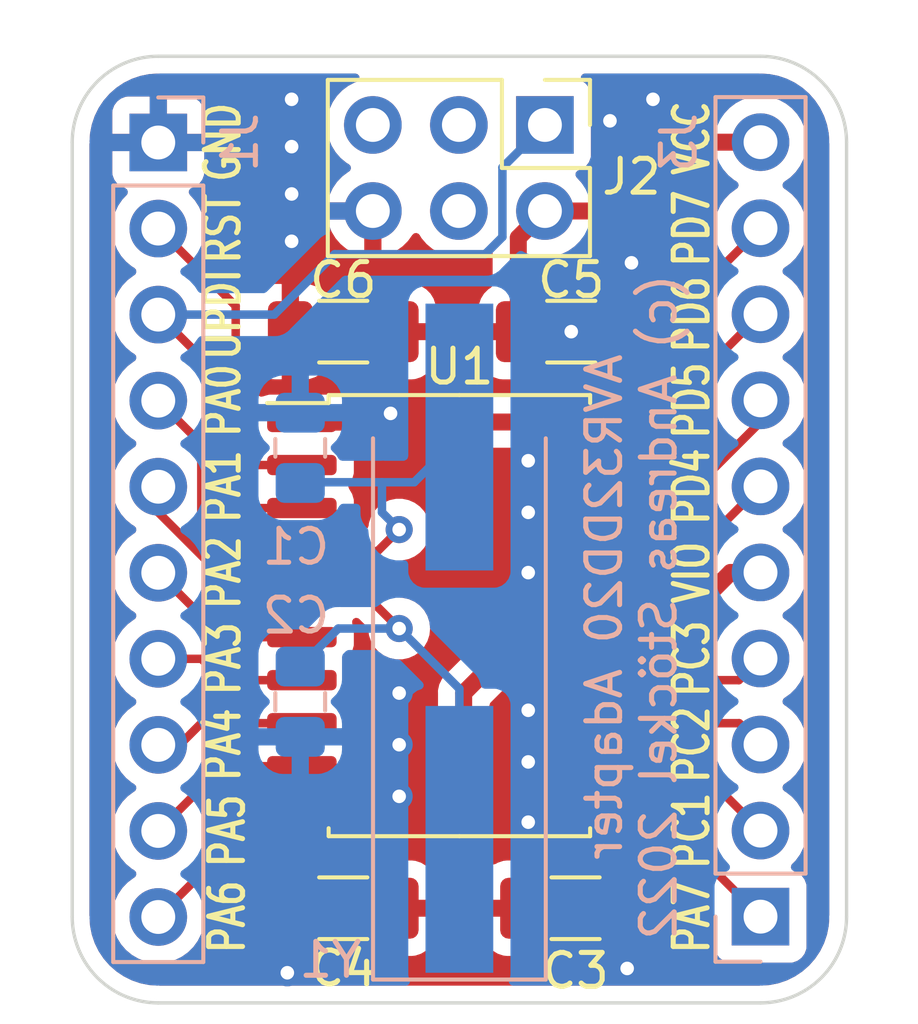
<source format=kicad_pcb>
(kicad_pcb (version 20211014) (generator pcbnew)
  (layers (0 "F.Cu" signal) (31 "B.Cu" signal) (34 "B.Paste" user) (35 "F.Paste" user) (36 "B.SilkS" user "B.Silkscreen") (37 "F.SilkS" user "F.Silkscreen") (38 "B.Mask" user) (39 "F.Mask" user) (44 "Edge.Cuts" user))
  (net 0 "")
  (net 1 "Net-(C1-Pad1)")
  (net 2 "GND")
  (net 3 "Net-(C2-Pad1)")
  (net 4 "Net-(C3-Pad2)")
  (net 5 "Net-(C5-Pad2)")
  (net 9 "Net-(U1-Pad2)")
  (net 10 "Net-(J2-Pad1)")
  (net 11 "Net-(U1-Pad6)")
  (net 12 "Net-(U1-Pad7)")
  (net 13 "Net-(U1-Pad8)")
  (net 14 "Net-(U1-Pad9)")
  (net 15 "Net-(U1-Pad10)")
  (net 16 "Net-(U1-Pad11)")
  (net 17 "Net-(U1-Pad12)")
  (net 18 "Net-(U1-Pad13)")
  (net 19 "Net-(U1-Pad14)")
  (net 20 "Net-(U1-Pad16)")
  (net 21 "Net-(U1-Pad17)")
  (net 22 "Net-(U1-Pad18)")
  (net 23 "Net-(U1-Pad19)")
  (footprint "Connector_PinHeader_2.54mm:PinHeader_2x03_P2.54mm_Vertical" (layer "F.Cu") (at 101.585 71.877 -90)
    (fp_text reference "J2" (at 1.529 -2.555) (layer "F.SilkS"))
    (fp_text value "AVR-UPDI-6")
    (fp_line (start 1.27 -1.33) (end 3.87 -1.33) (layer "F.SilkS") (width 0.12))
    (fp_line (start 1.27 1.27) (end 1.27 -1.33) (layer "F.SilkS") (width 0.12))
    (fp_line (start -1.33 -1.33) (end 0 -1.33) (layer "F.SilkS") (width 0.12))
    (fp_line (start -1.33 1.27) (end 1.27 1.27) (layer "F.SilkS") (width 0.12))
    (fp_line (start -1.33 0) (end -1.33 -1.33) (layer "F.SilkS") (width 0.12))
    (fp_line (start 3.87 -1.33) (end 3.87 6.41) (layer "F.SilkS") (width 0.12))
    (fp_line (start -1.33 6.41) (end 3.87 6.41) (layer "F.SilkS") (width 0.12))
    (fp_line (start -1.33 1.27) (end -1.33 6.41) (layer "F.SilkS") (width 0.12))
    (pad "1" thru_hole rect (at 0 0 270) (size 1.7 1.7) (drill 1) (layers *.Cu *.Mask) (net 10 "Net-(J2-Pad1)"))
    (pad "2" thru_hole oval (at 2.54 0 270) (size 1.7 1.7) (drill 1) (layers *.Cu *.Mask) (net 5 "Net-(C5-Pad2)"))
    (pad "3" thru_hole oval (at 0 2.54 270) (size 1.7 1.7) (drill 1) (layers *.Cu *.Mask))
    (pad "4" thru_hole oval (at 2.54 2.54 270) (size 1.7 1.7) (drill 1) (layers *.Cu *.Mask))
    (pad "5" thru_hole oval (at 0 5.08 270) (size 1.7 1.7) (drill 1) (layers *.Cu *.Mask))
    (pad "6" thru_hole oval (at 2.54 5.08 270) (size 1.7 1.7) (drill 1) (layers *.Cu *.Mask) (net 2 "GND"))
  )
  (footprint "Capacitor_SMD:C_1206_3216Metric_Pad1.33x1.80mm_HandSolder" (layer "F.Cu") (at 102.489 94.996 180)
    (fp_text reference "C3" (at 0 -1.85) (layer "F.SilkS"))
    (fp_text value "100n")
    (fp_line (start -0.711252 -0.91) (end 0.711252 -0.91) (layer "F.SilkS") (width 0.12))
    (fp_line (start -0.711252 0.91) (end 0.711252 0.91) (layer "F.SilkS") (width 0.12))
    (pad "1" smd roundrect (at -1.5625 0 180) (size 1.325 1.8) (layers "F.Cu" "F.Paste" "F.Mask") (roundrect_rratio 0.1886792453) (net 2 "GND"))
    (pad "2" smd roundrect (at 1.5625 0 180) (size 1.325 1.8) (layers "F.Cu" "F.Paste" "F.Mask") (roundrect_rratio 0.1886792453) (net 4 "Net-(C3-Pad2)"))
  )
  (footprint "Package_SO:SOIC-20W_7.5x12.8mm_P1.27mm" (layer "F.Cu") (at 99.06 86.36)
    (fp_text reference "U1" (at 0 -7.35) (layer "F.SilkS"))
    (fp_text value "AVR32DD20")
    (fp_line (start -3.86 6.51) (end -3.86 6.275) (layer "F.SilkS") (width 0.12))
    (fp_line (start 0 6.51) (end 3.86 6.51) (layer "F.SilkS") (width 0.12))
    (fp_line (start 3.86 -6.51) (end 3.86 -6.275) (layer "F.SilkS") (width 0.12))
    (fp_line (start -3.86 -6.51) (end -3.86 -6.275) (layer "F.SilkS") (width 0.12))
    (fp_line (start 3.86 6.51) (end 3.86 6.275) (layer "F.SilkS") (width 0.12))
    (fp_line (start 0 -6.51) (end -3.86 -6.51) (layer "F.SilkS") (width 0.12))
    (fp_line (start 0 -6.51) (end 3.86 -6.51) (layer "F.SilkS") (width 0.12))
    (fp_line (start -3.86 -6.275) (end -5.675 -6.275) (layer "F.SilkS") (width 0.12))
    (fp_line (start 0 6.51) (end -3.86 6.51) (layer "F.SilkS") (width 0.12))
    (pad "1" smd roundrect (at -4.65 -5.715) (size 2.05 0.6) (layers "F.Cu" "F.Paste" "F.Mask") (net 2 "GND"))
    (pad "2" smd roundrect (at -4.65 -4.445) (size 2.05 0.6) (layers "F.Cu" "F.Paste" "F.Mask") (net 9 "Net-(U1-Pad2)"))
    (pad "3" smd roundrect (at -4.65 -3.175) (size 2.05 0.6) (layers "F.Cu" "F.Paste" "F.Mask") (net 10 "Net-(J2-Pad1)"))
    (pad "4" smd roundrect (at -4.65 -1.905) (size 2.05 0.6) (layers "F.Cu" "F.Paste" "F.Mask") (net 1 "Net-(C1-Pad1)"))
    (pad "5" smd roundrect (at -4.65 -0.635) (size 2.05 0.6) (layers "F.Cu" "F.Paste" "F.Mask") (net 3 "Net-(C2-Pad1)"))
    (pad "6" smd roundrect (at -4.65 0.635) (size 2.05 0.6) (layers "F.Cu" "F.Paste" "F.Mask") (net 11 "Net-(U1-Pad6)"))
    (pad "7" smd roundrect (at -4.65 1.905) (size 2.05 0.6) (layers "F.Cu" "F.Paste" "F.Mask") (net 12 "Net-(U1-Pad7)"))
    (pad "8" smd roundrect (at -4.65 3.175) (size 2.05 0.6) (layers "F.Cu" "F.Paste" "F.Mask") (net 13 "Net-(U1-Pad8)"))
    (pad "9" smd roundrect (at -4.65 4.445) (size 2.05 0.6) (layers "F.Cu" "F.Paste" "F.Mask") (net 14 "Net-(U1-Pad9)"))
    (pad "10" smd roundrect (at -4.65 5.715) (size 2.05 0.6) (layers "F.Cu" "F.Paste" "F.Mask") (net 15 "Net-(U1-Pad10)"))
    (pad "11" smd roundrect (at 4.65 5.715) (size 2.05 0.6) (layers "F.Cu" "F.Paste" "F.Mask") (net 16 "Net-(U1-Pad11)"))
    (pad "12" smd roundrect (at 4.65 4.445) (size 2.05 0.6) (layers "F.Cu" "F.Paste" "F.Mask") (net 17 "Net-(U1-Pad12)"))
    (pad "13" smd roundrect (at 4.65 3.175) (size 2.05 0.6) (layers "F.Cu" "F.Paste" "F.Mask") (net 18 "Net-(U1-Pad13)"))
    (pad "14" smd roundrect (at 4.65 1.905) (size 2.05 0.6) (layers "F.Cu" "F.Paste" "F.Mask") (net 19 "Net-(U1-Pad14)"))
    (pad "15" smd roundrect (at 4.65 0.635) (size 2.05 0.6) (layers "F.Cu" "F.Paste" "F.Mask") (net 4 "Net-(C3-Pad2)"))
    (pad "16" smd roundrect (at 4.65 -0.635) (size 2.05 0.6) (layers "F.Cu" "F.Paste" "F.Mask") (net 20 "Net-(U1-Pad16)"))
    (pad "17" smd roundrect (at 4.65 -1.905) (size 2.05 0.6) (layers "F.Cu" "F.Paste" "F.Mask") (net 21 "Net-(U1-Pad17)"))
    (pad "18" smd roundrect (at 4.65 -3.175) (size 2.05 0.6) (layers "F.Cu" "F.Paste" "F.Mask") (net 22 "Net-(U1-Pad18)"))
    (pad "19" smd roundrect (at 4.65 -4.445) (size 2.05 0.6) (layers "F.Cu" "F.Paste" "F.Mask") (net 23 "Net-(U1-Pad19)"))
    (pad "20" smd roundrect (at 4.65 -5.715) (size 2.05 0.6) (layers "F.Cu" "F.Paste" "F.Mask") (net 5 "Net-(C5-Pad2)"))
  )
  (footprint "Capacitor_SMD:C_1206_3216Metric_Pad1.33x1.80mm_HandSolder" (layer "F.Cu") (at 95.631 94.996)
    (fp_text reference "C4" (at 0 1.778) (layer "F.SilkS"))
    (fp_text value "10n")
    (fp_line (start -0.711252 0.91) (end 0.711252 0.91) (layer "F.SilkS") (width 0.12))
    (fp_line (start -0.711252 -0.91) (end 0.711252 -0.91) (layer "F.SilkS") (width 0.12))
    (pad "1" smd roundrect (at -1.5625 0) (size 1.325 1.8) (layers "F.Cu" "F.Paste" "F.Mask") (roundrect_rratio 0.1886792453) (net 2 "GND"))
    (pad "2" smd roundrect (at 1.5625 0) (size 1.325 1.8) (layers "F.Cu" "F.Paste" "F.Mask") (roundrect_rratio 0.1886792453) (net 4 "Net-(C3-Pad2)"))
  )
  (footprint "Capacitor_SMD:C_1206_3216Metric_Pad1.33x1.80mm_HandSolder" (layer "F.Cu") (at 102.362 77.978 180)
    (fp_text reference "C5" (at 0 1.524 180) (layer "F.SilkS"))
    (fp_text value "100n")
    (fp_line (start -0.711252 -0.91) (end 0.711252 -0.91) (layer "F.SilkS") (width 0.12))
    (fp_line (start -0.711252 0.91) (end 0.711252 0.91) (layer "F.SilkS") (width 0.12))
    (pad "1" smd roundrect (at -1.5625 0 180) (size 1.325 1.8) (layers "F.Cu" "F.Paste" "F.Mask") (roundrect_rratio 0.1886792453) (net 2 "GND"))
    (pad "2" smd roundrect (at 1.5625 0 180) (size 1.325 1.8) (layers "F.Cu" "F.Paste" "F.Mask") (roundrect_rratio 0.1886792453) (net 5 "Net-(C5-Pad2)"))
  )
  (footprint "Capacitor_SMD:C_1206_3216Metric_Pad1.33x1.80mm_HandSolder" (layer "F.Cu") (at 95.631 77.978)
    (fp_text reference "C6" (at 0 -1.524) (layer "F.SilkS"))
    (fp_text value "10n")
    (fp_line (start -0.711252 0.91) (end 0.711252 0.91) (layer "F.SilkS") (width 0.12))
    (fp_line (start -0.711252 -0.91) (end 0.711252 -0.91) (layer "F.SilkS") (width 0.12))
    (pad "1" smd roundrect (at -1.5625 0) (size 1.325 1.8) (layers "F.Cu" "F.Paste" "F.Mask") (roundrect_rratio 0.1886792453) (net 2 "GND"))
    (pad "2" smd roundrect (at 1.5625 0) (size 1.325 1.8) (layers "F.Cu" "F.Paste" "F.Mask") (roundrect_rratio 0.1886792453) (net 5 "Net-(C5-Pad2)"))
  )
  (footprint "Connector_PinHeader_2.54mm:PinHeader_1x10_P2.54mm_Vertical" (layer "B.Cu") (at 107.95 95.245)
    (fp_text reference "J3" (at -2.413 -22.855 90) (layer "B.SilkS") (effects (justify mirror)))
    (fp_text value "Conn_01x10")
    (fp_line (start 1.33 -1.27) (end 1.33 -24.19) (layer "B.SilkS") (width 0.12))
    (fp_line (start -1.33 -1.27) (end -1.33 -24.19) (layer "B.SilkS") (width 0.12))
    (fp_line (start -1.33 -1.27) (end 1.33 -1.27) (layer "B.SilkS") (width 0.12))
    (fp_line (start -1.33 -24.19) (end 1.33 -24.19) (layer "B.SilkS") (width 0.12))
    (fp_line (start -1.33 1.33) (end 0 1.33) (layer "B.SilkS") (width 0.12))
    (fp_line (start -1.33 0) (end -1.33 1.33) (layer "B.SilkS") (width 0.12))
    (pad "1" thru_hole rect (at 0 0) (size 1.7 1.7) (drill 1) (layers *.Cu *.Mask) (net 16 "Net-(U1-Pad11)"))
    (pad "2" thru_hole oval (at 0 -2.54) (size 1.7 1.7) (drill 1) (layers *.Cu *.Mask) (net 17 "Net-(U1-Pad12)"))
    (pad "3" thru_hole oval (at 0 -5.08) (size 1.7 1.7) (drill 1) (layers *.Cu *.Mask) (net 18 "Net-(U1-Pad13)"))
    (pad "4" thru_hole oval (at 0 -7.62) (size 1.7 1.7) (drill 1) (layers *.Cu *.Mask) (net 19 "Net-(U1-Pad14)"))
    (pad "5" thru_hole oval (at 0 -10.16) (size 1.7 1.7) (drill 1) (layers *.Cu *.Mask) (net 4 "Net-(C3-Pad2)"))
    (pad "6" thru_hole oval (at 0 -12.7) (size 1.7 1.7) (drill 1) (layers *.Cu *.Mask) (net 20 "Net-(U1-Pad16)"))
    (pad "7" thru_hole oval (at 0 -15.24) (size 1.7 1.7) (drill 1) (layers *.Cu *.Mask) (net 21 "Net-(U1-Pad17)"))
    (pad "8" thru_hole oval (at 0 -17.78) (size 1.7 1.7) (drill 1) (layers *.Cu *.Mask) (net 22 "Net-(U1-Pad18)"))
    (pad "9" thru_hole oval (at 0 -20.32) (size 1.7 1.7) (drill 1) (layers *.Cu *.Mask) (net 23 "Net-(U1-Pad19)"))
    (pad "10" thru_hole oval (at 0 -22.86) (size 1.7 1.7) (drill 1) (layers *.Cu *.Mask) (net 5 "Net-(C5-Pad2)"))
  )
  (footprint "Capacitor_SMD:C_0805_2012Metric_Pad1.18x1.45mm_HandSolder" (layer "B.Cu") (at 94.361 88.9 -90)
    (fp_text reference "C2" (at -2.54 0.127 180) (layer "B.SilkS") (effects (justify mirror)))
    (fp_text value "22p")
    (fp_line (start -0.261252 -0.735) (end 0.261252 -0.735) (layer "B.SilkS") (width 0.12))
    (fp_line (start -0.261252 0.735) (end 0.261252 0.735) (layer "B.SilkS") (width 0.12))
    (pad "1" smd roundrect (at -1.0375 0 270) (size 1.175 1.45) (layers "B.Cu" "B.Paste" "B.Mask") (roundrect_rratio 0.2127659574) (net 3 "Net-(C2-Pad1)"))
    (pad "2" smd roundrect (at 1.0375 0 270) (size 1.175 1.45) (layers "B.Cu" "B.Paste" "B.Mask") (roundrect_rratio 0.2127659574) (net 2 "GND"))
  )
  (footprint "Crystal:Crystal_SMD_HC49-SD_HandSoldering" (layer "B.Cu") (at 99.06 87.0265 90)
    (fp_text reference "Y1" (at -9.4935 -3.81 180) (layer "B.SilkS") (effects (justify mirror)))
    (fp_text value "Crystal")
    (fp_line (start 5.9 2.55) (end -10.075 2.55) (layer "B.SilkS") (width 0.12))
    (fp_line (start -10.075 -2.55) (end 5.9 -2.55) (layer "B.SilkS") (width 0.12))
    (fp_line (start -10.075 2.55) (end -10.075 -2.55) (layer "B.SilkS") (width 0.12))
    (pad "1" smd rect (at -5.9375 0 90) (size 7.875 2) (layers "B.Cu" "B.Paste" "B.Mask") (net 3 "Net-(C2-Pad1)"))
    (pad "2" smd rect (at 5.9375 0 90) (size 7.875 2) (layers "B.Cu" "B.Paste" "B.Mask") (net 1 "Net-(C1-Pad1)"))
  )
  (footprint "Connector_PinHeader_2.54mm:PinHeader_1x10_P2.54mm_Vertical" (layer "B.Cu") (at 90.17 72.395 180)
    (fp_text reference "J1" (at -2.413 0.005 90) (layer "B.SilkS") (effects (justify mirror)))
    (fp_text value "Conn_01x10")
    (fp_line (start -1.33 -24.19) (end 1.33 -24.19) (layer "B.SilkS") (width 0.12))
    (fp_line (start -1.33 1.33) (end 0 1.33) (layer "B.SilkS") (width 0.12))
    (fp_line (start -1.33 -1.27) (end -1.33 -24.19) (layer "B.SilkS") (width 0.12))
    (fp_line (start -1.33 -1.27) (end 1.33 -1.27) (layer "B.SilkS") (width 0.12))
    (fp_line (start -1.33 0) (end -1.33 1.33) (layer "B.SilkS") (width 0.12))
    (fp_line (start 1.33 -1.27) (end 1.33 -24.19) (layer "B.SilkS") (width 0.12))
    (pad "1" thru_hole rect (at 0 0 180) (size 1.7 1.7) (drill 1) (layers *.Cu *.Mask) (net 2 "GND"))
    (pad "2" thru_hole oval (at 0 -2.54 180) (size 1.7 1.7) (drill 1) (layers *.Cu *.Mask) (net 9 "Net-(U1-Pad2)"))
    (pad "3" thru_hole oval (at 0 -5.08 180) (size 1.7 1.7) (drill 1) (layers *.Cu *.Mask) (net 10 "Net-(J2-Pad1)"))
    (pad "4" thru_hole oval (at 0 -7.62 180) (size 1.7 1.7) (drill 1) (layers *.Cu *.Mask) (net 1 "Net-(C1-Pad1)"))
    (pad "5" thru_hole oval (at 0 -10.16 180) (size 1.7 1.7) (drill 1) (layers *.Cu *.Mask) (net 3 "Net-(C2-Pad1)"))
    (pad "6" thru_hole oval (at 0 -12.7 180) (size 1.7 1.7) (drill 1) (layers *.Cu *.Mask) (net 11 "Net-(U1-Pad6)"))
    (pad "7" thru_hole oval (at 0 -15.24 180) (size 1.7 1.7) (drill 1) (layers *.Cu *.Mask) (net 12 "Net-(U1-Pad7)"))
    (pad "8" thru_hole oval (at 0 -17.78 180) (size 1.7 1.7) (drill 1) (layers *.Cu *.Mask) (net 13 "Net-(U1-Pad8)"))
    (pad "9" thru_hole oval (at 0 -20.32 180) (size 1.7 1.7) (drill 1) (layers *.Cu *.Mask) (net 14 "Net-(U1-Pad9)"))
    (pad "10" thru_hole oval (at 0 -22.86 180) (size 1.7 1.7) (drill 1) (layers *.Cu *.Mask) (net 15 "Net-(U1-Pad10)"))
  )
  (footprint "Capacitor_SMD:C_0805_2012Metric_Pad1.18x1.45mm_HandSolder" (layer "B.Cu") (at 94.361 81.407 90)
    (fp_text reference "C1" (at -2.921 -0.127 180) (layer "B.SilkS") (effects (justify mirror)))
    (fp_text value "22p")
    (fp_line (start -0.261252 -0.735) (end 0.261252 -0.735) (layer "B.SilkS") (width 0.12))
    (fp_line (start -0.261252 0.735) (end 0.261252 0.735) (layer "B.SilkS") (width 0.12))
    (pad "1" smd roundrect (at -1.0375 0 90) (size 1.175 1.45) (layers "B.Cu" "B.Paste" "B.Mask") (roundrect_rratio 0.2127659574) (net 1 "Net-(C1-Pad1)"))
    (pad "2" smd roundrect (at 1.0375 0 90) (size 1.175 1.45) (layers "B.Cu" "B.Paste" "B.Mask") (roundrect_rratio 0.2127659574) (net 2 "GND"))
  )
  (gr_line (start 90.17 69.85) (end 107.95 69.85) (layer "Edge.Cuts") (width 0.1))
  (gr_arc (start 107.95 69.85) (mid 109.746051 70.593949) (end 110.49 72.39) (layer "Edge.Cuts") (width 0.1))
  (gr_arc (start 110.49 95.25) (mid 109.746051 97.046051) (end 107.95 97.79) (layer "Edge.Cuts") (width 0.1))
  (gr_line (start 110.49 72.39) (end 110.49 95.25) (layer "Edge.Cuts") (width 0.1))
  (gr_line (start 87.63 95.25) (end 87.63 72.39) (layer "Edge.Cuts") (width 0.1))
  (gr_line (start 107.95 97.79) (end 90.17 97.79) (layer "Edge.Cuts") (width 0.1))
  (gr_arc (start 87.63 72.39) (mid 88.373949 70.593949) (end 90.17 69.85) (layer "Edge.Cuts") (width 0.1))
  (gr_arc (start 90.17 97.79) (mid 88.373949 97.046051) (end 87.63 95.25) (layer "Edge.Cuts") (width 0.1))
  (gr_text "AVR32DD20 Adapter\n(c) Andreas Stöckel 2022" (at 104.14 86.106 90) (layer "B.SilkS") (effects (font (size 1 1)) (justify mirror)))
  (gr_text "RST" (at 92.075 74.93 90) (layer "F.SilkS") (effects (font (size 1 0.75))))
  (gr_text "PA1" (at 92.075 82.55 90) (layer "F.SilkS") (effects (font (size 1 0.75))))
  (gr_text "VCC" (at 105.918 72.263 90) (layer "F.SilkS") (effects (font (size 1 0.75))))
  (gr_text "PD5" (at 105.918 80.01 90) (layer "F.SilkS") (effects (font (size 1 0.75))))
  (gr_text "PA6" (at 92.202 95.25 90) (layer "F.SilkS") (effects (font (size 1 0.75))))
  (gr_text "PA3" (at 92.075 87.63 90) (layer "F.SilkS") (effects (font (size 1 0.75))))
  (gr_text "PC2" (at 105.918 90.17 90) (layer "F.SilkS") (effects (font (size 1 0.75))))
  (gr_text "UPDI" (at 92.075 77.47 90) (layer "F.SilkS") (effects (font (size 1 0.75))))
  (gr_text "PD4" (at 105.918 82.55 90) (layer "F.SilkS") (effects (font (size 1 0.75))))
  (gr_text "VIO" (at 105.918 85.09 90) (layer "F.SilkS") (effects (font (size 1 0.75))))
  (gr_text "PC1" (at 105.918 92.71 90) (layer "F.SilkS") (effects (font (size 1 0.75))))
  (gr_text "PA5" (at 92.202 92.71 90) (layer "F.SilkS") (effects (font (size 1 0.75))))
  (gr_text "PD7" (at 105.918 74.93 90) (layer "F.SilkS") (effects (font (size 1 0.75))))
  (gr_text "GND" (at 92.075 72.39 90) (layer "F.SilkS") (effects (font (size 1 0.75))))
  (gr_text "PA0" (at 92.075 80.01 90) (layer "F.SilkS") (effects (font (size 1 0.75))))
  (gr_text "PA7" (at 105.918 95.25 90) (layer "F.SilkS") (effects (font (size 1 0.75))))
  (gr_text "PC3" (at 105.918 87.63 90) (layer "F.SilkS") (effects (font (size 1 0.75))))
  (gr_text "PA4" (at 92.075 90.17 90) (layer "F.SilkS") (effects (font (size 1 0.75))))
  (gr_text "PD6" (at 105.918 77.47 90) (layer "F.SilkS") (effects (font (size 1 0.75))))
  (gr_text "PA2" (at 92.075 85.09 90) (layer "F.SilkS") (effects (font (size 1 0.75))))
  (segment (start 91.44 83.312) (end 92.583 84.455) (width 0.25) (layer "F.Cu") (net 1))
  (segment (start 91.44 81.285) (end 91.44 83.312) (width 0.25) (layer "F.Cu") (net 1))
  (segment (start 96.647 84.455) (end 94.41 84.455) (width 0.25) (layer "F.Cu") (net 1))
  (segment (start 92.583 84.455) (end 94.41 84.455) (width 0.25) (layer "F.Cu") (net 1))
  (segment (start 97.282 83.82) (end 96.647 84.455) (width 0.25) (layer "F.Cu") (net 1))
  (segment (start 90.17 80.015) (end 91.44 81.285) (width 0.25) (layer "F.Cu") (net 1))
  (via (at 97.282 83.82) (size 0.8) (drill 0.4) (layers "F.Cu" "B.Cu") (net 1))
  (segment (start 97.282 83.82) (end 96.774 83.312) (width 0.25) (layer "B.Cu") (net 1))
  (segment (start 99.06 81.089) (end 97.726 82.423) (width 0.25) (layer "B.Cu") (net 1))
  (segment (start 94.3825 82.423) (end 94.361 82.4445) (width 0.25) (layer "B.Cu") (net 1))
  (segment (start 96.774 82.423) (end 94.3825 82.423) (width 0.25) (layer "B.Cu") (net 1))
  (segment (start 97.726 82.423) (end 96.774 82.423) (width 0.25) (layer "B.Cu") (net 1))
  (segment (start 96.774 83.312) (end 96.774 82.423) (width 0.25) (layer "B.Cu") (net 1))
  (via (at 104.013 96.774) (size 0.8) (drill 0.4) (layers "F.Cu" "B.Cu") (net 2))
  (via (at 101.092 83.312) (size 0.8) (drill 0.4) (layers "F.Cu" "B.Cu") (net 2))
  (via (at 101.092 92.456) (size 0.8) (drill 0.4) (layers "F.Cu" "B.Cu") (net 2))
  (via (at 103.505 71.755) (size 0.8) (drill 0.4) (layers "F.Cu" "B.Cu") (net 2))
  (via (at 93.98 96.901) (size 0.8) (drill 0.4) (layers "F.Cu" "B.Cu") (net 2))
  (via (at 101.092 85.09) (size 0.8) (drill 0.4) (layers "F.Cu" "B.Cu") (net 2))
  (via (at 94.107 72.517) (size 0.8) (drill 0.4) (layers "F.Cu" "B.Cu") (net 2))
  (via (at 94.107 75.311) (size 0.8) (drill 0.4) (layers "F.Cu" "B.Cu") (net 2))
  (via (at 94.107 71.12) (size 0.8) (drill 0.4) (layers "F.Cu" "B.Cu") (net 2))
  (via (at 94.107 73.914) (size 0.8) (drill 0.4) (layers "F.Cu" "B.Cu") (net 2))
  (via (at 97.282 90.17) (size 0.8) (drill 0.4) (layers "F.Cu" "B.Cu") (net 2))
  (via (at 101.092 90.678) (size 0.8) (drill 0.4) (layers "F.Cu" "B.Cu") (net 2))
  (via (at 104.775 71.12) (size 0.8) (drill 0.4) (layers "F.Cu" "B.Cu") (net 2))
  (via (at 101.092 81.788) (size 0.8) (drill 0.4) (layers "F.Cu" "B.Cu") (net 2))
  (via (at 97.028 80.391) (size 0.8) (drill 0.4) (layers "F.Cu" "B.Cu") (net 2))
  (via (at 101.092 89.154) (size 0.8) (drill 0.4) (layers "F.Cu" "B.Cu") (net 2))
  (via (at 102.362 77.978) (size 0.8) (drill 0.4) (layers "F.Cu" "B.Cu") (net 2))
  (via (at 97.282 91.694) (size 0.8) (drill 0.4) (layers "F.Cu" "B.Cu") (net 2))
  (via (at 104.14 75.946) (size 0.8) (drill 0.4) (layers "F.Cu" "B.Cu") (net 2))
  (via (at 97.282 88.646) (size 0.8) (drill 0.4) (layers "F.Cu" "B.Cu") (net 2))
  (segment (start 96.266 85.725) (end 94.41 85.725) (width 0.25) (layer "F.Cu") (net 3))
  (segment (start 97.282 86.741) (end 96.266 85.725) (width 0.25) (layer "F.Cu") (net 3))
  (segment (start 90.17 82.555) (end 90.17 83.312) (width 0.25) (layer "F.Cu") (net 3))
  (segment (start 92.583 85.725) (end 94.41 85.725) (width 0.25) (layer "F.Cu") (net 3))
  (segment (start 90.17 83.312) (end 92.583 85.725) (width 0.25) (layer "F.Cu") (net 3))
  (via (at 97.282 86.741) (size 0.8) (drill 0.4) (layers "F.Cu" "B.Cu") (net 3))
  (segment (start 99.06 88.519) (end 99.06 92.964) (width 0.25) (layer "B.Cu") (net 3))
  (segment (start 97.282 86.741) (end 99.06 88.519) (width 0.25) (layer "B.Cu") (net 3))
  (segment (start 97.282 86.741) (end 95.4825 86.741) (width 0.25) (layer "B.Cu") (net 3))
  (segment (start 95.4825 86.741) (end 94.361 87.8625) (width 0.25) (layer "B.Cu") (net 3))
  (segment (start 100.838 86.995) (end 103.71 86.995) (width 0.5) (layer "F.Cu") (net 4))
  (segment (start 107.066 85.085) (end 105.156 86.995) (width 0.5) (layer "F.Cu") (net 4))
  (segment (start 99.187 94.996) (end 99.187 88.646) (width 0.5) (layer "F.Cu") (net 4))
  (segment (start 105.156 86.995) (end 103.71 86.995) (width 0.5) (layer "F.Cu") (net 4))
  (segment (start 97.1935 94.996) (end 99.187 94.996) (width 0.5) (layer "F.Cu") (net 4))
  (segment (start 99.187 88.646) (end 100.838 86.995) (width 0.5) (layer "F.Cu") (net 4))
  (segment (start 107.95 85.085) (end 107.066 85.085) (width 0.5) (layer "F.Cu") (net 4))
  (segment (start 99.187 94.996) (end 100.9265 94.996) (width 0.5) (layer "F.Cu") (net 4))
  (segment (start 103.881 74.417) (end 101.585 74.417) (width 0.5) (layer "F.Cu") (net 5))
  (segment (start 100.7995 77.978) (end 100.7995 75.2025) (width 0.5) (layer "F.Cu") (net 5))
  (segment (start 98.806 77.978) (end 100.7995 77.978) (width 0.5) (layer "F.Cu") (net 5))
  (segment (start 97.1935 77.978) (end 98.806 77.978) (width 0.5) (layer "F.Cu") (net 5))
  (segment (start 99.06 80.264) (end 99.06 78.232) (width 0.5) (layer "F.Cu") (net 5))
  (segment (start 99.06 78.232) (end 98.806 77.978) (width 0.5) (layer "F.Cu") (net 5))
  (segment (start 100.7995 75.2025) (end 101.585 74.417) (width 0.5) (layer "F.Cu") (net 5))
  (segment (start 107.95 72.385) (end 105.923 72.385) (width 0.5) (layer "F.Cu") (net 5))
  (segment (start 99.441 80.645) (end 99.06 80.264) (width 0.5) (layer "F.Cu") (net 5))
  (segment (start 103.71 80.645) (end 99.441 80.645) (width 0.5) (layer "F.Cu") (net 5))
  (segment (start 103.886 74.422) (end 103.881 74.417) (width 0.5) (layer "F.Cu") (net 5))
  (segment (start 105.923 72.385) (end 103.886 74.422) (width 0.5) (layer "F.Cu") (net 5))
  (segment (start 92.456 81.534) (end 92.456 77.221) (width 0.25) (layer "F.Cu") (net 9))
  (segment (start 92.456 77.221) (end 90.17 74.935) (width 0.25) (layer "F.Cu") (net 9))
  (segment (start 92.837 81.915) (end 92.456 81.534) (width 0.25) (layer "F.Cu") (net 9))
  (segment (start 94.41 81.915) (end 92.837 81.915) (width 0.25) (layer "F.Cu") (net 9))
  (segment (start 90.17 77.475) (end 91.948 79.253) (width 0.25) (layer "F.Cu") (net 10))
  (segment (start 91.948 82.6135) (end 92.5195 83.185) (width 0.25) (layer "F.Cu") (net 10))
  (segment (start 91.948 79.253) (end 91.948 82.6135) (width 0.25) (layer "F.Cu") (net 10))
  (segment (start 92.5195 83.185) (end 94.41 83.185) (width 0.25) (layer "F.Cu") (net 10))
  (segment (start 93.594 77.475) (end 95.377 75.692) (width 0.25) (layer "B.Cu") (net 10))
  (segment (start 100.33 73.132) (end 101.585 71.877) (width 0.25) (layer "B.Cu") (net 10))
  (segment (start 90.17 77.475) (end 93.594 77.475) (width 0.25) (layer "B.Cu") (net 10))
  (segment (start 95.377 75.692) (end 99.822 75.692) (width 0.25) (layer "B.Cu") (net 10))
  (segment (start 99.822 75.692) (end 100.33 75.184) (width 0.25) (layer "B.Cu") (net 10))
  (segment (start 100.33 75.184) (end 100.33 73.132) (width 0.25) (layer "B.Cu") (net 10))
  (segment (start 92.07 86.995) (end 94.41 86.995) (width 0.25) (layer "F.Cu") (net 11))
  (segment (start 90.17 85.095) (end 92.07 86.995) (width 0.25) (layer "F.Cu") (net 11))
  (segment (start 91.445 87.635) (end 92.075 88.265) (width 0.25) (layer "F.Cu") (net 12))
  (segment (start 90.17 87.635) (end 91.445 87.635) (width 0.25) (layer "F.Cu") (net 12))
  (segment (start 92.075 88.265) (end 94.41 88.265) (width 0.25) (layer "F.Cu") (net 12))
  (segment (start 90.8 90.175) (end 91.44 89.535) (width 0.25) (layer "F.Cu") (net 13))
  (segment (start 90.17 90.175) (end 90.8 90.175) (width 0.25) (layer "F.Cu") (net 13))
  (segment (start 91.44 89.535) (end 94.41 89.535) (width 0.25) (layer "F.Cu") (net 13))
  (segment (start 92.08 90.805) (end 94.41 90.805) (width 0.25) (layer "F.Cu") (net 14))
  (segment (start 90.17 92.715) (end 92.08 90.805) (width 0.25) (layer "F.Cu") (net 14))
  (segment (start 90.17 95.255) (end 93.35 92.075) (width 0.25) (layer "F.Cu") (net 15))
  (segment (start 93.35 92.075) (end 94.41 92.075) (width 0.25) (layer "F.Cu") (net 15))
  (segment (start 104.78 92.075) (end 107.95 95.245) (width 0.25) (layer "F.Cu") (net 16))
  (segment (start 103.71 92.075) (end 104.78 92.075) (width 0.25) (layer "F.Cu") (net 16))
  (segment (start 103.71 90.805) (end 106.05 90.805) (width 0.25) (layer "F.Cu") (net 17))
  (segment (start 106.05 90.805) (end 107.95 92.705) (width 0.25) (layer "F.Cu") (net 17))
  (segment (start 107.32 89.535) (end 107.95 90.165) (width 0.25) (layer "F.Cu") (net 18))
  (segment (start 103.71 89.535) (end 107.32 89.535) (width 0.25) (layer "F.Cu") (net 18))
  (segment (start 103.71 88.265) (end 107.31 88.265) (width 0.25) (layer "F.Cu") (net 19))
  (segment (start 107.31 88.265) (end 107.95 87.625) (width 0.25) (layer "F.Cu") (net 19))
  (segment (start 103.71 85.725) (end 104.77 85.725) (width 0.25) (layer "F.Cu") (net 20))
  (segment (start 104.77 85.725) (end 107.95 82.545) (width 0.25) (layer "F.Cu") (net 20))
  (segment (start 105.664 83.7565) (end 105.664 82.927751) (width 0.25) (layer "F.Cu") (net 21))
  (segment (start 105.664 82.927751) (end 107.95 80.641751) (width 0.25) (layer "F.Cu") (net 21))
  (segment (start 103.71 84.455) (end 104.9655 84.455) (width 0.25) (layer "F.Cu") (net 21))
  (segment (start 104.9655 84.455) (end 105.664 83.7565) (width 0.25) (layer "F.Cu") (net 21))
  (segment (start 107.95 80.641751) (end 107.95 80.005) (width 0.25) (layer "F.Cu") (net 21))
  (segment (start 106.172 81.407) (end 106.172 79.243) (width 0.25) (layer "F.Cu") (net 22))
  (segment (start 106.172 79.243) (end 107.95 77.465) (width 0.25) (layer "F.Cu") (net 22))
  (segment (start 103.71 83.185) (end 104.394 83.185) (width 0.25) (layer "F.Cu") (net 22))
  (segment (start 104.394 83.185) (end 106.172 81.407) (width 0.25) (layer "F.Cu") (net 22))
  (segment (start 103.71 81.915) (end 104.3305 81.915) (width 0.25) (layer "F.Cu") (net 23))
  (segment (start 104.3305 81.915) (end 105.41 80.8355) (width 0.25) (layer "F.Cu") (net 23))
  (segment (start 105.41 77.465) (end 107.95 74.925) (width 0.25) (layer "F.Cu") (net 23))
  (segment (start 105.41 80.8355) (end 105.41 77.465) (width 0.25) (layer "F.Cu") (net 23))
  (zone (net 2) (net_name "GND") (layer "F.Cu") (connect_pads (clearance 0.508)) (min_thickness 0.254) (fill yes (thermal_gap 0.508) (thermal_bridge_width 0.508))
    (polygon (pts (xy 110.49 97.79) (xy 87.63 97.79) (xy 87.63 69.85) (xy 110.49 69.85)))
  )
  (zone (net 2) (net_name "GND") (layer "B.Cu") (connect_pads (clearance 0.508)) (min_thickness 0.254) (fill yes (thermal_gap 0.508) (thermal_bridge_width 0.508))
    (polygon (pts (xy 110.49 97.79) (xy 87.63 97.79) (xy 87.63 69.85) (xy 110.49 69.85)))
  )
)
</source>
